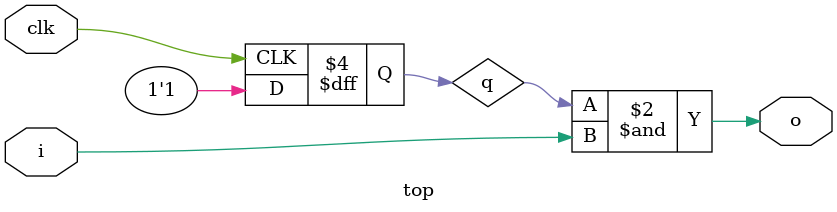
<source format=v>
module top (input clk, input i, output o);
  reg q = 0;
  always @(posedge clk) q <= 1;
  assign o = q & i;
endmodule

</source>
